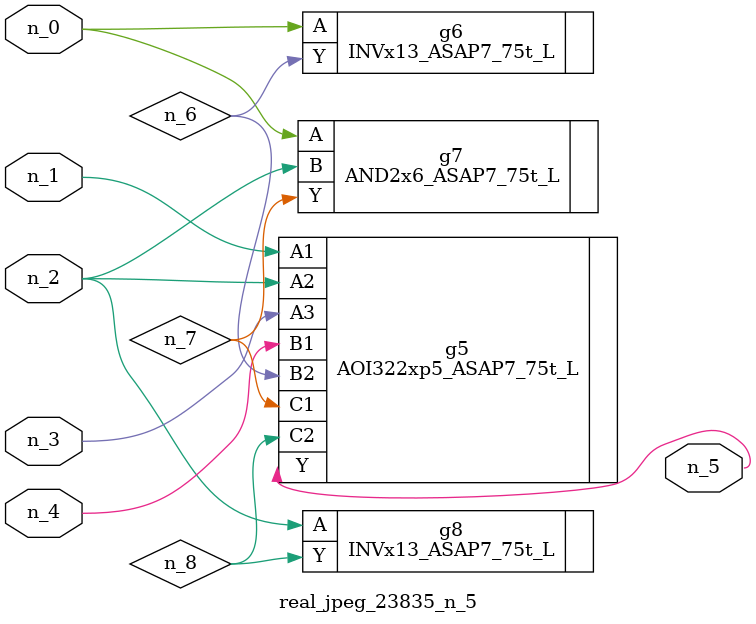
<source format=v>
module real_jpeg_23835_n_5 (n_4, n_0, n_1, n_2, n_3, n_5);

input n_4;
input n_0;
input n_1;
input n_2;
input n_3;

output n_5;

wire n_8;
wire n_6;
wire n_7;

INVx13_ASAP7_75t_L g6 ( 
.A(n_0),
.Y(n_6)
);

AND2x6_ASAP7_75t_L g7 ( 
.A(n_0),
.B(n_2),
.Y(n_7)
);

AOI322xp5_ASAP7_75t_L g5 ( 
.A1(n_1),
.A2(n_2),
.A3(n_3),
.B1(n_4),
.B2(n_6),
.C1(n_7),
.C2(n_8),
.Y(n_5)
);

INVx13_ASAP7_75t_L g8 ( 
.A(n_2),
.Y(n_8)
);


endmodule
</source>
